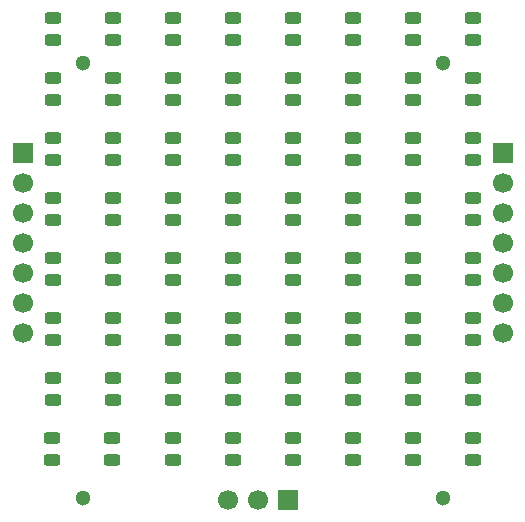
<source format=gts>
%TF.GenerationSoftware,KiCad,Pcbnew,9.0.3*%
%TF.CreationDate,2025-10-16T19:58:59+02:00*%
%TF.ProjectId,ledkiv3,6c65646b-6976-4332-9e6b-696361645f70,rev?*%
%TF.SameCoordinates,Original*%
%TF.FileFunction,Soldermask,Top*%
%TF.FilePolarity,Negative*%
%FSLAX46Y46*%
G04 Gerber Fmt 4.6, Leading zero omitted, Abs format (unit mm)*
G04 Created by KiCad (PCBNEW 9.0.3) date 2025-10-16 19:58:59*
%MOMM*%
%LPD*%
G01*
G04 APERTURE LIST*
G04 Aperture macros list*
%AMRoundRect*
0 Rectangle with rounded corners*
0 $1 Rounding radius*
0 $2 $3 $4 $5 $6 $7 $8 $9 X,Y pos of 4 corners*
0 Add a 4 corners polygon primitive as box body*
4,1,4,$2,$3,$4,$5,$6,$7,$8,$9,$2,$3,0*
0 Add four circle primitives for the rounded corners*
1,1,$1+$1,$2,$3*
1,1,$1+$1,$4,$5*
1,1,$1+$1,$6,$7*
1,1,$1+$1,$8,$9*
0 Add four rect primitives between the rounded corners*
20,1,$1+$1,$2,$3,$4,$5,0*
20,1,$1+$1,$4,$5,$6,$7,0*
20,1,$1+$1,$6,$7,$8,$9,0*
20,1,$1+$1,$8,$9,$2,$3,0*%
G04 Aperture macros list end*
%ADD10R,1.700000X1.700000*%
%ADD11C,1.700000*%
%ADD12RoundRect,0.243750X0.456250X-0.243750X0.456250X0.243750X-0.456250X0.243750X-0.456250X-0.243750X0*%
%ADD13C,1.300000*%
G04 APERTURE END LIST*
D10*
%TO.C,J3*%
X29836000Y-71166000D03*
D11*
X29836000Y-73706000D03*
X29836000Y-76246000D03*
X29836000Y-78786000D03*
X29836000Y-81326000D03*
X29836000Y-83866000D03*
X29836000Y-86406000D03*
%TD*%
D10*
%TO.C,J1*%
X70476000Y-71166000D03*
D11*
X70476000Y-73706000D03*
X70476000Y-76246000D03*
X70476000Y-78786000D03*
X70476000Y-81326000D03*
X70476000Y-83866000D03*
X70476000Y-86406000D03*
%TD*%
D10*
%TO.C,J2*%
X52315000Y-100503000D03*
D11*
X49775000Y-100503000D03*
X47235000Y-100503000D03*
%TD*%
D12*
%TO.C,D7*%
X62856000Y-97171000D03*
X62856000Y-95296000D03*
%TD*%
%TO.C,D55*%
X62856000Y-66691000D03*
X62856000Y-64816000D03*
%TD*%
%TO.C,D32*%
X67936000Y-81931000D03*
X67936000Y-80056000D03*
%TD*%
%TO.C,D33*%
X32376000Y-76851000D03*
X32376000Y-74976000D03*
%TD*%
%TO.C,D34*%
X37456000Y-76851000D03*
X37456000Y-74976000D03*
%TD*%
%TO.C,D17*%
X32376000Y-87011000D03*
X32376000Y-85136000D03*
%TD*%
%TO.C,D59*%
X42536000Y-61611000D03*
X42536000Y-59736000D03*
%TD*%
%TO.C,D53*%
X52696000Y-66691000D03*
X52696000Y-64816000D03*
%TD*%
%TO.C,D13*%
X52696000Y-92091000D03*
X52696000Y-90216000D03*
%TD*%
%TO.C,D3*%
X42536000Y-97171000D03*
X42536000Y-95296000D03*
%TD*%
%TO.C,D46*%
X57776000Y-71771000D03*
X57776000Y-69896000D03*
%TD*%
%TO.C,D15*%
X62856000Y-92091000D03*
X62856000Y-90216000D03*
%TD*%
%TO.C,D19*%
X42536000Y-87011000D03*
X42536000Y-85136000D03*
%TD*%
%TO.C,D38*%
X57776000Y-76851000D03*
X57776000Y-74976000D03*
%TD*%
%TO.C,D31*%
X62856000Y-81931000D03*
X62856000Y-80056000D03*
%TD*%
%TO.C,D10*%
X37456000Y-92091000D03*
X37456000Y-90216000D03*
%TD*%
%TO.C,D27*%
X42536000Y-81931000D03*
X42536000Y-80056000D03*
%TD*%
%TO.C,D1*%
X32336000Y-97171000D03*
X32336000Y-95296000D03*
%TD*%
%TO.C,D40*%
X67936000Y-76851000D03*
X67936000Y-74976000D03*
%TD*%
%TO.C,D47*%
X62856000Y-71771000D03*
X62856000Y-69896000D03*
%TD*%
%TO.C,D8*%
X67936000Y-97171000D03*
X67936000Y-95296000D03*
%TD*%
D13*
%TO.C,*%
X34916000Y-63546000D03*
%TD*%
D12*
%TO.C,D14*%
X57776000Y-92091000D03*
X57776000Y-90216000D03*
%TD*%
%TO.C,D36*%
X47616000Y-76851000D03*
X47616000Y-74976000D03*
%TD*%
%TO.C,D30*%
X57776000Y-81931000D03*
X57776000Y-80056000D03*
%TD*%
%TO.C,D18*%
X37456000Y-87011000D03*
X37456000Y-85136000D03*
%TD*%
D13*
%TO.C,*%
X65396000Y-100376000D03*
%TD*%
D12*
%TO.C,D16*%
X67936000Y-92091000D03*
X67936000Y-90216000D03*
%TD*%
%TO.C,D61*%
X52696000Y-61611000D03*
X52696000Y-59736000D03*
%TD*%
%TO.C,D29*%
X52696000Y-81931000D03*
X52696000Y-80056000D03*
%TD*%
%TO.C,D6*%
X57776000Y-97171000D03*
X57776000Y-95296000D03*
%TD*%
%TO.C,D50*%
X37456000Y-66691000D03*
X37456000Y-64816000D03*
%TD*%
%TO.C,D54*%
X57776000Y-66691000D03*
X57776000Y-64816000D03*
%TD*%
%TO.C,D35*%
X42536000Y-76851000D03*
X42536000Y-74976000D03*
%TD*%
%TO.C,D41*%
X32376000Y-71771000D03*
X32376000Y-69896000D03*
%TD*%
%TO.C,D42*%
X37456000Y-71771000D03*
X37456000Y-69896000D03*
%TD*%
%TO.C,D45*%
X52696000Y-71771000D03*
X52696000Y-69896000D03*
%TD*%
%TO.C,D9*%
X32376000Y-92091000D03*
X32376000Y-90216000D03*
%TD*%
%TO.C,D57*%
X32376000Y-61611000D03*
X32376000Y-59736000D03*
%TD*%
%TO.C,D12*%
X47616000Y-92091000D03*
X47616000Y-90216000D03*
%TD*%
%TO.C,D20*%
X47616000Y-87011000D03*
X47616000Y-85136000D03*
%TD*%
%TO.C,D24*%
X67936000Y-87011000D03*
X67936000Y-85136000D03*
%TD*%
%TO.C,D43*%
X42536000Y-71771000D03*
X42536000Y-69896000D03*
%TD*%
D13*
%TO.C,*%
X65396000Y-63546000D03*
%TD*%
D12*
%TO.C,D49*%
X32376000Y-66691000D03*
X32376000Y-64816000D03*
%TD*%
%TO.C,D28*%
X47616000Y-81931000D03*
X47616000Y-80056000D03*
%TD*%
%TO.C,D11*%
X42536000Y-92091000D03*
X42536000Y-90216000D03*
%TD*%
%TO.C,D2*%
X37416000Y-97171000D03*
X37416000Y-95296000D03*
%TD*%
%TO.C,D44*%
X47616000Y-71771000D03*
X47616000Y-69896000D03*
%TD*%
%TO.C,D23*%
X62856000Y-87011000D03*
X62856000Y-85136000D03*
%TD*%
%TO.C,D56*%
X67936000Y-66691000D03*
X67936000Y-64816000D03*
%TD*%
%TO.C,D37*%
X52696000Y-76851000D03*
X52696000Y-74976000D03*
%TD*%
%TO.C,D58*%
X37456000Y-61611000D03*
X37456000Y-59736000D03*
%TD*%
%TO.C,D39*%
X62856000Y-76851000D03*
X62856000Y-74976000D03*
%TD*%
%TO.C,D26*%
X37456000Y-81931000D03*
X37456000Y-80056000D03*
%TD*%
%TO.C,D5*%
X52696000Y-97171000D03*
X52696000Y-95296000D03*
%TD*%
D13*
%TO.C,*%
X34916000Y-100376000D03*
%TD*%
D12*
%TO.C,D52*%
X47616000Y-66691000D03*
X47616000Y-64816000D03*
%TD*%
%TO.C,D60*%
X47616000Y-61611000D03*
X47616000Y-59736000D03*
%TD*%
%TO.C,D64*%
X67936000Y-61611000D03*
X67936000Y-59736000D03*
%TD*%
%TO.C,D25*%
X32376000Y-81931000D03*
X32376000Y-80056000D03*
%TD*%
%TO.C,D4*%
X47616000Y-97171000D03*
X47616000Y-95296000D03*
%TD*%
%TO.C,D21*%
X52696000Y-87011000D03*
X52696000Y-85136000D03*
%TD*%
%TO.C,D22*%
X57776000Y-87011000D03*
X57776000Y-85136000D03*
%TD*%
%TO.C,D51*%
X42536000Y-66691000D03*
X42536000Y-64816000D03*
%TD*%
%TO.C,D63*%
X62856000Y-61611000D03*
X62856000Y-59736000D03*
%TD*%
%TO.C,D48*%
X67936000Y-71771000D03*
X67936000Y-69896000D03*
%TD*%
%TO.C,D62*%
X57776000Y-61611000D03*
X57776000Y-59736000D03*
%TD*%
M02*

</source>
